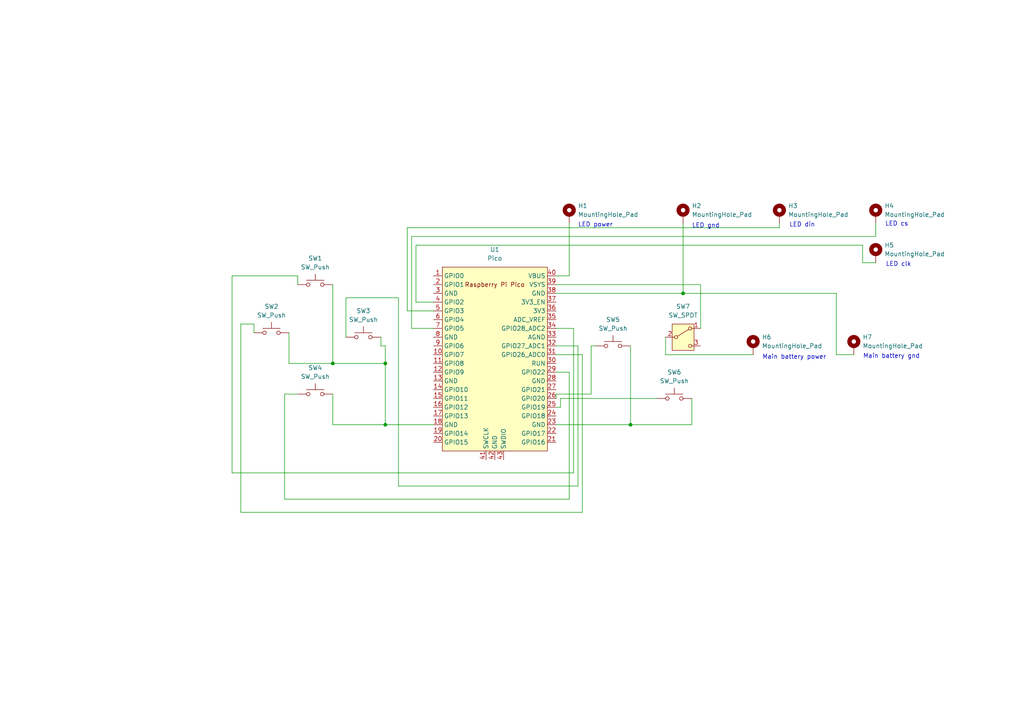
<source format=kicad_sch>
(kicad_sch (version 20250114) (generator "eeschema") (generator_version "9.0")
  (paper "A4")
  (lib_symbols
    (symbol "MCU_RaspberryPi_and_Boards:Pico"
      (property "Reference" "U" (at -13.97 27.94 0))
      (property "Value" "Pico" (at 0 19.05 0))
      (symbol "Pico_0_0"
        (text "Raspberry Pi Pico" (at 0 21.59 0) (effects (font (size 1.27 1.27))))
      )
      (symbol "Pico_0_1"
        (rectangle (start -15.24 26.67) (end 15.24 -26.67) (fill (type background)))
      )
      (symbol "Pico_1_1"
        (pin bidirectional line (at -17.78 24.13 0) (length 2.54) (name "GPIO0") (number "1"))
        (pin bidirectional line (at -17.78 21.59 0) (length 2.54) (name "GPIO1") (number "2"))
        (pin power_in line (at -17.78 19.05 0) (length 2.54) (name "GND") (number "3"))
        (pin bidirectional line (at -17.78 16.51 0) (length 2.54) (name "GPIO2") (number "4"))
        (pin bidirectional line (at -17.78 13.97 0) (length 2.54) (name "GPIO3") (number "5"))
        (pin bidirectional line (at -17.78 11.43 0) (length 2.54) (name "GPIO4") (number "6"))
        (pin bidirectional line (at -17.78 8.89 0) (length 2.54) (name "GPIO5") (number "7"))
        (pin power_in line (at -17.78 6.35 0) (length 2.54) (name "GND") (number "8"))
        (pin bidirectional line (at -17.78 3.81 0) (length 2.54) (name "GPIO6") (number "9"))
        (pin bidirectional line (at -17.78 1.27 0) (length 2.54) (name "GPIO7") (number "10"))
        (pin bidirectional line (at -17.78 -1.27 0) (length 2.54) (name "GPIO8") (number "11"))
        (pin bidirectional line (at -17.78 -3.81 0) (length 2.54) (name "GPIO9") (number "12"))
        (pin power_in line (at -17.78 -6.35 0) (length 2.54) (name "GND") (number "13"))
        (pin bidirectional line (at -17.78 -8.89 0) (length 2.54) (name "GPIO10") (number "14"))
        (pin bidirectional line (at -17.78 -11.43 0) (length 2.54) (name "GPIO11") (number "15"))
        (pin bidirectional line (at -17.78 -13.97 0) (length 2.54) (name "GPIO12") (number "16"))
        (pin bidirectional line (at -17.78 -16.51 0) (length 2.54) (name "GPIO13") (number "17"))
        (pin power_in line (at -17.78 -19.05 0) (length 2.54) (name "GND") (number "18"))
        (pin bidirectional line (at -17.78 -21.59 0) (length 2.54) (name "GPIO14") (number "19"))
        (pin bidirectional line (at -17.78 -24.13 0) (length 2.54) (name "GPIO15") (number "20"))
        (pin input line (at -2.54 -29.21 90) (length 2.54) (name "SWCLK") (number "41"))
        (pin power_in line (at 0 -29.21 90) (length 2.54) (name "GND") (number "42"))
        (pin bidirectional line (at 2.54 -29.21 90) (length 2.54) (name "SWDIO") (number "43"))
        (pin power_in line (at 17.78 24.13 180) (length 2.54) (name "VBUS") (number "40"))
        (pin power_in line (at 17.78 21.59 180) (length 2.54) (name "VSYS") (number "39"))
        (pin bidirectional line (at 17.78 19.05 180) (length 2.54) (name "GND") (number "38"))
        (pin input line (at 17.78 16.51 180) (length 2.54) (name "3V3_EN") (number "37"))
        (pin power_in line (at 17.78 13.97 180) (length 2.54) (name "3V3") (number "36"))
        (pin power_in line (at 17.78 11.43 180) (length 2.54) (name "ADC_VREF") (number "35"))
        (pin bidirectional line (at 17.78 8.89 180) (length 2.54) (name "GPIO28_ADC2") (number "34"))
        (pin power_in line (at 17.78 6.35 180) (length 2.54) (name "AGND") (number "33"))
        (pin bidirectional line (at 17.78 3.81 180) (length 2.54) (name "GPIO27_ADC1") (number "32"))
        (pin bidirectional line (at 17.78 1.27 180) (length 2.54) (name "GPIO26_ADC0") (number "31"))
        (pin input line (at 17.78 -1.27 180) (length 2.54) (name "RUN") (number "30"))
        (pin bidirectional line (at 17.78 -3.81 180) (length 2.54) (name "GPIO22") (number "29"))
        (pin power_in line (at 17.78 -6.35 180) (length 2.54) (name "GND") (number "28"))
        (pin bidirectional line (at 17.78 -8.89 180) (length 2.54) (name "GPIO21") (number "27"))
        (pin bidirectional line (at 17.78 -11.43 180) (length 2.54) (name "GPIO20") (number "26"))
        (pin bidirectional line (at 17.78 -13.97 180) (length 2.54) (name "GPIO19") (number "25"))
        (pin bidirectional line (at 17.78 -16.51 180) (length 2.54) (name "GPIO18") (number "24"))
        (pin power_in line (at 17.78 -19.05 180) (length 2.54) (name "GND") (number "23"))
        (pin bidirectional line (at 17.78 -21.59 180) (length 2.54) (name "GPIO17") (number "22"))
        (pin bidirectional line (at 17.78 -24.13 180) (length 2.54) (name "GPIO16") (number "21"))
      )
    )
    (symbol "Mechanical:MountingHole_Pad" (pin_numbers (hide yes)) (pin_names (offset 1.016) (hide yes)) (in_bom no)
      (property "Reference" "H" (at 0 6.35 0))
      (property "Value" "MountingHole_Pad" (at 0 4.445 0))
      (symbol "MountingHole_Pad_0_1"
        (circle (center 0 1.27) (radius 1.27) (stroke (width 1.27)))
      )
      (symbol "MountingHole_Pad_1_1"
        (pin input line (at 0 -2.54 90) (length 2.54) (name "1") (number "1"))
      )
    )
    (symbol "Switch:SW_Push" (pin_numbers (hide yes)) (pin_names (offset 1.016) (hide yes))
      (property "Reference" "SW" (at 1.27 2.54 0))
      (property "Value" "SW_Push" (at 0 -1.524 0))
      (symbol "SW_Push_0_1"
        (circle (center -2.032 0) (radius 0.508))
        (polyline (pts (xy 0 1.27) (xy 0 3.048)))
        (circle (center 2.032 0) (radius 0.508))
        (polyline (pts (xy 2.54 1.27) (xy -2.54 1.27)))
        (pin passive line (at -5.08 0 0) (length 2.54) (name "1") (number "1"))
        (pin passive line (at 5.08 0 180) (length 2.54) (name "2") (number "2"))
      )
    )
    (symbol "Switch:SW_SPDT" (pin_names (offset 0) (hide yes))
      (property "Reference" "SW" (at 0 5.08 0))
      (property "Value" "SW_SPDT" (at 0 -5.08 0))
      (symbol "SW_SPDT_0_1"
        (circle (center -2.032 0) (radius 0.4572))
        (polyline (pts (xy -1.651 0.254) (xy 1.651 2.286)))
        (circle (center 2.032 2.54) (radius 0.4572))
        (circle (center 2.032 -2.54) (radius 0.4572))
      )
      (symbol "SW_SPDT_1_1"
        (rectangle (start -3.175 3.81) (end 3.175 -3.81) (fill (type background)))
        (pin passive line (at -5.08 0 0) (length 2.54) (name "B") (number "2"))
        (pin passive line (at 5.08 2.54 180) (length 2.54) (name "A") (number "1"))
        (pin passive line (at 5.08 -2.54 180) (length 2.54) (name "C") (number "3"))
      )
    )
  )
  (text "LED clk\n" (at 260.604 76.708 0) (effects (font (size 1.27 1.27))))
  (text "LED gnd" (at 204.724 65.532 0) (effects (font (size 1.27 1.27))))
  (text "Main battery power" (at 230.378 103.632 0) (effects (font (size 1.27 1.27))))
  (text "LED power" (at 172.72 65.278 0) (effects (font (size 1.27 1.27))))
  (text "Main battery gnd" (at 258.572 103.378 0) (effects (font (size 1.27 1.27))))
  (text "LED cs" (at 260.096 65.024 0) (effects (font (size 1.27 1.27))))
  (text "LED din" (at 232.664 65.278 0) (effects (font (size 1.27 1.27))))
  (junction (at 182.88 123.19))
  (junction (at 111.76 123.19))
  (junction (at 111.76 105.41))
  (junction (at 198.12 85.09))
  (junction (at 96.52 105.41))
  (wire (pts (xy 100.33 86.36) (xy 100.33 97.79)))
  (wire (pts (xy 120.65 71.12) (xy 250.19 71.12)))
  (wire (pts (xy 198.12 85.09) (xy 242.57 85.09)))
  (wire (pts (xy 167.64 100.33) (xy 161.29 100.33)))
  (wire (pts (xy 165.1 80.01) (xy 165.1 64.77)))
  (wire (pts (xy 125.73 123.19) (xy 111.76 123.19)))
  (wire (pts (xy 172.72 100.33) (xy 171.45 100.33)))
  (wire (pts (xy 226.06 66.04) (xy 226.06 64.77)))
  (wire (pts (xy 96.52 82.55) (xy 96.52 105.41)))
  (wire (pts (xy 193.04 102.87) (xy 218.44 102.87)))
  (wire (pts (xy 161.29 123.19) (xy 182.88 123.19)))
  (wire (pts (xy 120.65 87.63) (xy 120.65 71.12)))
  (wire (pts (xy 115.57 140.97) (xy 167.64 140.97)))
  (wire (pts (xy 111.76 123.19) (xy 96.52 123.19)))
  (wire (pts (xy 161.29 85.09) (xy 198.12 85.09)))
  (wire (pts (xy 171.45 100.33) (xy 171.45 114.3)))
  (wire (pts (xy 125.73 95.25) (xy 119.38 95.25)))
  (wire (pts (xy 242.57 85.09) (xy 242.57 102.87)))
  (wire (pts (xy 162.56 118.11) (xy 161.29 118.11)))
  (wire (pts (xy 73.66 93.98) (xy 69.85 93.98)))
  (wire (pts (xy 111.76 105.41) (xy 96.52 105.41)))
  (wire (pts (xy 83.82 96.52) (xy 83.82 105.41)))
  (wire (pts (xy 198.12 85.09) (xy 198.12 64.77)))
  (wire (pts (xy 67.31 137.16) (xy 166.37 137.16)))
  (wire (pts (xy 165.1 144.78) (xy 165.1 107.95)))
  (wire (pts (xy 162.56 115.57) (xy 162.56 118.11)))
  (wire (pts (xy 111.76 100.33) (xy 110.49 100.33)))
  (wire (pts (xy 100.33 86.36) (xy 115.57 86.36)))
  (wire (pts (xy 73.66 93.98) (xy 73.66 96.52)))
  (wire (pts (xy 118.11 90.17) (xy 118.11 66.04)))
  (wire (pts (xy 168.91 102.87) (xy 161.29 102.87)))
  (wire (pts (xy 86.36 80.01) (xy 86.36 82.55)))
  (wire (pts (xy 110.49 97.79) (xy 110.49 100.33)))
  (wire (pts (xy 254 68.58) (xy 254 64.77)))
  (wire (pts (xy 165.1 107.95) (xy 161.29 107.95)))
  (wire (pts (xy 96.52 114.3) (xy 96.52 123.19)))
  (wire (pts (xy 119.38 95.25) (xy 119.38 68.58)))
  (wire (pts (xy 161.29 114.3) (xy 161.29 115.57)))
  (wire (pts (xy 119.38 68.58) (xy 254 68.58)))
  (wire (pts (xy 242.57 102.87) (xy 247.65 102.87)))
  (wire (pts (xy 111.76 105.41) (xy 111.76 100.33)))
  (wire (pts (xy 111.76 123.19) (xy 111.76 105.41)))
  (wire (pts (xy 86.36 114.3) (xy 82.55 114.3)))
  (wire (pts (xy 82.55 144.78) (xy 165.1 144.78)))
  (wire (pts (xy 67.31 80.01) (xy 67.31 137.16)))
  (wire (pts (xy 203.2 95.25) (xy 203.2 82.55)))
  (wire (pts (xy 86.36 80.01) (xy 67.31 80.01)))
  (wire (pts (xy 250.19 76.2) (xy 254 76.2)))
  (wire (pts (xy 171.45 114.3) (xy 161.29 114.3)))
  (wire (pts (xy 168.91 148.59) (xy 168.91 102.87)))
  (wire (pts (xy 96.52 105.41) (xy 83.82 105.41)))
  (wire (pts (xy 161.29 80.01) (xy 165.1 80.01)))
  (wire (pts (xy 69.85 93.98) (xy 69.85 148.59)))
  (wire (pts (xy 118.11 66.04) (xy 226.06 66.04)))
  (wire (pts (xy 125.73 87.63) (xy 120.65 87.63)))
  (wire (pts (xy 182.88 100.33) (xy 182.88 123.19)))
  (wire (pts (xy 69.85 148.59) (xy 168.91 148.59)))
  (wire (pts (xy 167.64 140.97) (xy 167.64 100.33)))
  (wire (pts (xy 193.04 102.87) (xy 193.04 97.79)))
  (wire (pts (xy 200.66 115.57) (xy 200.66 123.19)))
  (wire (pts (xy 203.2 82.55) (xy 161.29 82.55)))
  (wire (pts (xy 166.37 137.16) (xy 166.37 95.25)))
  (wire (pts (xy 115.57 86.36) (xy 115.57 140.97)))
  (wire (pts (xy 166.37 95.25) (xy 161.29 95.25)))
  (wire (pts (xy 190.5 115.57) (xy 162.56 115.57)))
  (wire (pts (xy 250.19 71.12) (xy 250.19 76.2)))
  (wire (pts (xy 82.55 114.3) (xy 82.55 144.78)))
  (wire (pts (xy 125.73 90.17) (xy 118.11 90.17)))
  (wire (pts (xy 182.88 123.19) (xy 200.66 123.19)))
  (symbol (lib_id "Switch:SW_Push") (at 91.44 82.55 0) (unit 1)
    (property "Reference" "SW1" (at 91.44 74.93 0))
    (property "Value" "SW_Push" (at 91.44 77.47 0))
    (property "Footprint" "Button_Switch_THT:SW_PUSH_6mm" (effects (hide yes)))
    (property "Description" "Push button switch, generic, two pins" (effects (hide yes)))
  )
  (symbol (lib_id "Mechanical:MountingHole_Pad") (at 254 62.23 0) (unit 1) (in_bom no)
    (property "Reference" "H4" (at 256.54 59.6899 0) (effects (justify left)))
    (property "Value" "MountingHole_Pad" (at 256.54 62.2299 0) (effects (justify left)))
    (property "Footprint" "MountingHole:MountingHole_2.2mm_M2_DIN965_Pad" (effects (hide yes)))
    (property "Description" "Mounting Hole with connection" (effects (hide yes)))
  )
  (symbol (lib_id "MCU_RaspberryPi_and_Boards:Pico") (at 143.51 104.14 0) (unit 1)
    (property "Reference" "U1" (at 143.51 72.39 0))
    (property "Value" "Pico" (at 143.51 74.93 0))
    (property "Footprint" "MCU_RaspberryPi_and_Boards:RPi_Pico_SMD_TH" (effects (hide yes)))
  )
  (symbol (lib_id "Switch:SW_SPDT") (at 198.12 97.79 0) (unit 1)
    (property "Reference" "SW7" (at 198.12 88.9 0))
    (property "Value" "SW_SPDT" (at 198.12 91.44 0))
    (property "Footprint" "Button_Switch_THT:SW_Slide-03_Wuerth-WS-SLTV_10x2.5x6.4_P2.54mm" (effects (hide yes)))
    (property "Description" "Switch, single pole double throw" (effects (hide yes)))
  )
  (symbol (lib_id "Switch:SW_Push") (at 78.74 96.52 0) (unit 1)
    (property "Reference" "SW2" (at 78.74 88.9 0))
    (property "Value" "SW_Push" (at 78.74 91.44 0))
    (property "Footprint" "Button_Switch_THT:SW_PUSH_6mm" (effects (hide yes)))
    (property "Description" "Push button switch, generic, two pins" (effects (hide yes)))
  )
  (symbol (lib_id "Switch:SW_Push") (at 195.58 115.57 0) (unit 1)
    (property "Reference" "SW6" (at 195.58 107.95 0))
    (property "Value" "SW_Push" (at 195.58 110.49 0))
    (property "Footprint" "Button_Switch_THT:SW_PUSH_6mm" (effects (hide yes)))
    (property "Description" "Push button switch, generic, two pins" (effects (hide yes)))
  )
  (symbol (lib_id "Switch:SW_Push") (at 105.41 97.79 0) (unit 1)
    (property "Reference" "SW3" (at 105.41 90.17 0))
    (property "Value" "SW_Push" (at 105.41 92.71 0))
    (property "Footprint" "Button_Switch_THT:SW_PUSH_6mm" (effects (hide yes)))
    (property "Description" "Push button switch, generic, two pins" (effects (hide yes)))
  )
  (symbol (lib_id "Mechanical:MountingHole_Pad") (at 254 73.66 0) (unit 1) (in_bom no)
    (property "Reference" "H5" (at 256.54 71.1199 0) (effects (justify left)))
    (property "Value" "MountingHole_Pad" (at 256.54 73.6599 0) (effects (justify left)))
    (property "Footprint" "MountingHole:MountingHole_2.2mm_M2_DIN965_Pad" (effects (hide yes)))
    (property "Description" "Mounting Hole with connection" (effects (hide yes)))
  )
  (symbol (lib_id "Mechanical:MountingHole_Pad") (at 247.65 100.33 0) (unit 1) (in_bom no)
    (property "Reference" "H7" (at 250.19 97.7899 0) (effects (justify left)))
    (property "Value" "MountingHole_Pad" (at 250.19 100.3299 0) (effects (justify left)))
    (property "Footprint" "MountingHole:MountingHole_2.2mm_M2_DIN965_Pad" (effects (hide yes)))
    (property "Description" "Mounting Hole with connection" (effects (hide yes)))
  )
  (symbol (lib_id "Mechanical:MountingHole_Pad") (at 165.1 62.23 0) (unit 1) (in_bom no)
    (property "Reference" "H1" (at 167.64 59.6899 0) (effects (justify left)))
    (property "Value" "MountingHole_Pad" (at 167.64 62.2299 0) (effects (justify left)))
    (property "Footprint" "MountingHole:MountingHole_2.2mm_M2_DIN965_Pad" (effects (hide yes)))
    (property "Description" "Mounting Hole with connection" (effects (hide yes)))
  )
  (symbol (lib_id "Mechanical:MountingHole_Pad") (at 198.12 62.23 0) (unit 1) (in_bom no)
    (property "Reference" "H2" (at 200.66 59.6899 0) (effects (justify left)))
    (property "Value" "MountingHole_Pad" (at 200.66 62.2299 0) (effects (justify left)))
    (property "Footprint" "MountingHole:MountingHole_2.2mm_M2_DIN965_Pad" (effects (hide yes)))
    (property "Description" "Mounting Hole with connection" (effects (hide yes)))
  )
  (symbol (lib_id "Switch:SW_Push") (at 177.8 100.33 0) (unit 1)
    (property "Reference" "SW5" (at 177.8 92.71 0))
    (property "Value" "SW_Push" (at 177.8 95.25 0))
    (property "Footprint" "Button_Switch_THT:SW_PUSH_6mm" (effects (hide yes)))
    (property "Description" "Push button switch, generic, two pins" (effects (hide yes)))
  )
  (symbol (lib_id "Mechanical:MountingHole_Pad") (at 226.06 62.23 0) (unit 1) (in_bom no)
    (property "Reference" "H3" (at 228.6 59.6899 0) (effects (justify left)))
    (property "Value" "MountingHole_Pad" (at 228.6 62.2299 0) (effects (justify left)))
    (property "Footprint" "MountingHole:MountingHole_2.2mm_M2_DIN965_Pad" (effects (hide yes)))
    (property "Description" "Mounting Hole with connection" (effects (hide yes)))
  )
  (symbol (lib_id "Switch:SW_Push") (at 91.44 114.3 0) (unit 1)
    (property "Reference" "SW4" (at 91.44 106.68 0))
    (property "Value" "SW_Push" (at 91.44 109.22 0))
    (property "Footprint" "Button_Switch_THT:SW_PUSH_6mm" (effects (hide yes)))
    (property "Description" "Push button switch, generic, two pins" (effects (hide yes)))
  )
  (symbol (lib_id "Mechanical:MountingHole_Pad") (at 218.44 100.33 0) (unit 1) (in_bom no)
    (property "Reference" "H6" (at 220.98 97.7899 0) (effects (justify left)))
    (property "Value" "MountingHole_Pad" (at 220.98 100.3299 0) (effects (justify left)))
    (property "Footprint" "MountingHole:MountingHole_2.2mm_M2_DIN965_Pad" (effects (hide yes)))
    (property "Description" "Mounting Hole with connection" (effects (hide yes)))
  )
)
</source>
